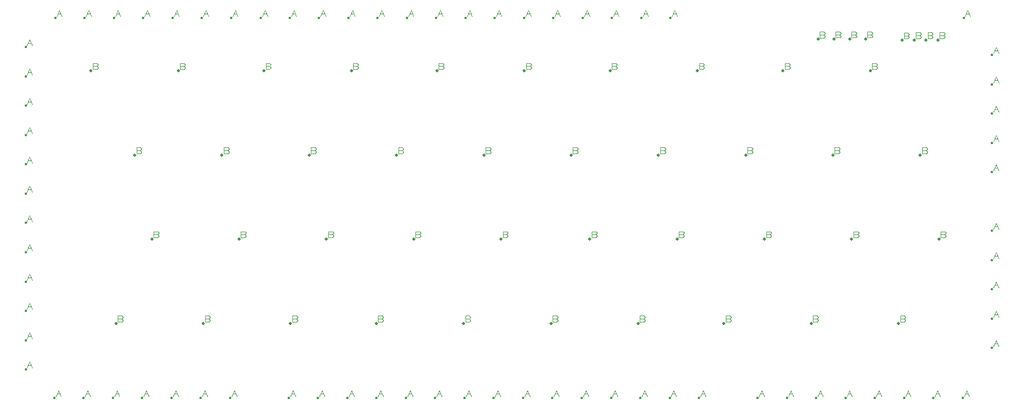
<source format=gbr>
G04 GENERATED BY PULSONIX 12.5 GERBER.DLL 9449*
G04 #@! TF.GenerationSoftware,Pulsonix,Pulsonix,12.5.9449*
G04 #@! TF.CreationDate,2024-10-25T20:20:25--1:00*
G04 #@! TF.Part,Single*
%FSLAX35Y35*%
%LPD*%
%MOMM*%
G04 #@! TF.FileFunction,Drillmap*
G04 #@! TF.FilePolarity,Positive*
G04 #@! TA.AperFunction,ViaPad*
%ADD112C,0.50000*%
G04 #@! TD.AperFunction*
%ADD113C,0.10000*%
G04 #@! TA.AperFunction,ViaPad*
%ADD114C,0.40000*%
G04 #@! TD.AperFunction*
X0Y0D02*
D02*
D112*
X1875000Y5900000D03*
X2275000Y1850000D03*
X2575000Y4550000D03*
X2850000Y3200000D03*
X3275000Y5900000D03*
X3675000Y1850000D03*
X3975000Y4550000D03*
X4250000Y3200000D03*
X4650000Y5900000D03*
X5075000Y1850000D03*
X5375000Y4550000D03*
X5650000Y3200000D03*
X6050000Y5900000D03*
X6450000Y1850000D03*
X6775000Y4550000D03*
X7050000Y3200000D03*
X7425000Y5900000D03*
X7850000Y1850000D03*
X8175000Y4550000D03*
X8450000Y3200000D03*
X8825000Y5900000D03*
X9250000Y1850000D03*
X9575000Y4550000D03*
X9875000Y3200000D03*
X10200000Y5900000D03*
X10650000Y1850000D03*
X10975000Y4550000D03*
X11275000Y3200000D03*
X11600000Y5900000D03*
X12025000Y1850000D03*
X12375000Y4550000D03*
X12675000Y3200000D03*
X12975000Y5900000D03*
X13425000Y1850000D03*
X13536000Y6406000D03*
X13775000Y4550000D03*
X13790000Y6406250D03*
X14044000D03*
X14075000Y3200000D03*
X14298000Y6406250D03*
X14375000Y5900000D03*
X14825000Y1850000D03*
X14885500Y6390375D03*
X15076000Y6392000D03*
X15175000Y4550000D03*
X15266500Y6392000D03*
X15458000D03*
X15475000Y3200000D03*
D02*
D113*
X850800Y1133934D02*
X891976Y1232757D01*
X933153Y1133934D01*
X867271Y1175110D02*
X916682Y1175110D01*
X850800Y1603934D02*
X891976Y1702757D01*
X933153Y1603934D01*
X867271Y1645110D02*
X916682Y1645110D01*
X850800Y2073934D02*
X891976Y2172757D01*
X933153Y2073934D01*
X867271Y2115110D02*
X916682Y2115110D01*
X850800Y2543934D02*
X891976Y2642757D01*
X933153Y2543934D01*
X867271Y2585110D02*
X916682Y2585110D01*
X850800Y3013934D02*
X891976Y3112757D01*
X933153Y3013934D01*
X867271Y3055110D02*
X916682Y3055110D01*
X850800Y3483934D02*
X891976Y3582757D01*
X933153Y3483934D01*
X867271Y3525110D02*
X916682Y3525110D01*
X850800Y3953934D02*
X891976Y4052757D01*
X933153Y3953934D01*
X867271Y3995110D02*
X916682Y3995110D01*
X850800Y4423934D02*
X891976Y4522757D01*
X933153Y4423934D01*
X867271Y4465110D02*
X916682Y4465110D01*
X850800Y4893934D02*
X891976Y4992757D01*
X933153Y4893934D01*
X867271Y4935110D02*
X916682Y4935110D01*
X850800Y5363934D02*
X891976Y5462757D01*
X933153Y5363934D01*
X867271Y5405110D02*
X916682Y5405110D01*
X850800Y5833934D02*
X891976Y5932757D01*
X933153Y5833934D01*
X867271Y5875110D02*
X916682Y5875110D01*
X850800Y6303934D02*
X891976Y6402757D01*
X933153Y6303934D01*
X867271Y6345110D02*
X916682Y6345110D01*
X1310212Y675506D02*
X1351388Y774329D01*
X1392565Y675506D01*
X1326683Y716682D02*
X1376094Y716682D01*
X1325907Y6773906D02*
X1367083Y6872729D01*
X1408260Y6773906D01*
X1342378Y6815082D02*
X1391789Y6815082D01*
X1780212Y675506D02*
X1821388Y774329D01*
X1862565Y675506D01*
X1796683Y716682D02*
X1846094Y716682D01*
X1795907Y6773906D02*
X1837083Y6872729D01*
X1878260Y6773906D01*
X1812378Y6815082D02*
X1861789Y6815082D01*
X1962647Y5974118D02*
X1979118Y5965882D01*
X1987353Y5949412D01*
X1979118Y5932941D01*
X1962647Y5924706D01*
X1905000D01*
Y6023529D01*
X1962647D01*
X1979118Y6015294D01*
X1987353Y5998824D01*
X1979118Y5982353D01*
X1962647Y5974118D01*
X1905000D01*
X2250212Y675506D02*
X2291388Y774329D01*
X2332565Y675506D01*
X2266683Y716682D02*
X2316094Y716682D01*
X2265907Y6773906D02*
X2307083Y6872729D01*
X2348260Y6773906D01*
X2282378Y6815082D02*
X2331789Y6815082D01*
X2362647Y1924118D02*
X2379118Y1915882D01*
X2387353Y1899412D01*
X2379118Y1882941D01*
X2362647Y1874706D01*
X2305000D01*
Y1973529D01*
X2362647D01*
X2379118Y1965294D01*
X2387353Y1948824D01*
X2379118Y1932353D01*
X2362647Y1924118D01*
X2305000D01*
X2662647Y4624118D02*
X2679118Y4615882D01*
X2687353Y4599412D01*
X2679118Y4582941D01*
X2662647Y4574706D01*
X2605000D01*
Y4673529D01*
X2662647D01*
X2679118Y4665294D01*
X2687353Y4648824D01*
X2679118Y4632353D01*
X2662647Y4624118D01*
X2605000D01*
X2720212Y675506D02*
X2761388Y774329D01*
X2802565Y675506D01*
X2736683Y716682D02*
X2786094Y716682D01*
X2735907Y6773906D02*
X2777083Y6872729D01*
X2818260Y6773906D01*
X2752378Y6815082D02*
X2801789Y6815082D01*
X2937647Y3274118D02*
X2954118Y3265882D01*
X2962353Y3249412D01*
X2954118Y3232941D01*
X2937647Y3224706D01*
X2880000D01*
Y3323529D01*
X2937647D01*
X2954118Y3315294D01*
X2962353Y3298824D01*
X2954118Y3282353D01*
X2937647Y3274118D01*
X2880000D01*
X3190212Y675506D02*
X3231388Y774329D01*
X3272565Y675506D01*
X3206683Y716682D02*
X3256094Y716682D01*
X3205907Y6773906D02*
X3247083Y6872729D01*
X3288260Y6773906D01*
X3222378Y6815082D02*
X3271789Y6815082D01*
X3362647Y5974118D02*
X3379118Y5965882D01*
X3387353Y5949412D01*
X3379118Y5932941D01*
X3362647Y5924706D01*
X3305000D01*
Y6023529D01*
X3362647D01*
X3379118Y6015294D01*
X3387353Y5998824D01*
X3379118Y5982353D01*
X3362647Y5974118D01*
X3305000D01*
X3660212Y675506D02*
X3701388Y774329D01*
X3742565Y675506D01*
X3676683Y716682D02*
X3726094Y716682D01*
X3675907Y6773906D02*
X3717083Y6872729D01*
X3758260Y6773906D01*
X3692378Y6815082D02*
X3741789Y6815082D01*
X3762647Y1924118D02*
X3779118Y1915882D01*
X3787353Y1899412D01*
X3779118Y1882941D01*
X3762647Y1874706D01*
X3705000D01*
Y1973529D01*
X3762647D01*
X3779118Y1965294D01*
X3787353Y1948824D01*
X3779118Y1932353D01*
X3762647Y1924118D01*
X3705000D01*
X4062647Y4624118D02*
X4079118Y4615882D01*
X4087353Y4599412D01*
X4079118Y4582941D01*
X4062647Y4574706D01*
X4005000D01*
Y4673529D01*
X4062647D01*
X4079118Y4665294D01*
X4087353Y4648824D01*
X4079118Y4632353D01*
X4062647Y4624118D01*
X4005000D01*
X4130212Y675506D02*
X4171388Y774329D01*
X4212565Y675506D01*
X4146683Y716682D02*
X4196094Y716682D01*
X4145907Y6773906D02*
X4187083Y6872729D01*
X4228260Y6773906D01*
X4162378Y6815082D02*
X4211789Y6815082D01*
X4337647Y3274118D02*
X4354118Y3265882D01*
X4362353Y3249412D01*
X4354118Y3232941D01*
X4337647Y3224706D01*
X4280000D01*
Y3323529D01*
X4337647D01*
X4354118Y3315294D01*
X4362353Y3298824D01*
X4354118Y3282353D01*
X4337647Y3274118D01*
X4280000D01*
X4625000Y6774706D02*
X4666176Y6873529D01*
X4707353Y6774706D01*
X4641471Y6815882D02*
X4690882Y6815882D01*
X4737647Y5974118D02*
X4754118Y5965882D01*
X4762353Y5949412D01*
X4754118Y5932941D01*
X4737647Y5924706D01*
X4680000D01*
Y6023529D01*
X4737647D01*
X4754118Y6015294D01*
X4762353Y5998824D01*
X4754118Y5982353D01*
X4737647Y5974118D01*
X4680000D01*
X5070212Y675506D02*
X5111388Y774329D01*
X5152565Y675506D01*
X5086683Y716682D02*
X5136094Y716682D01*
X5085907Y6773906D02*
X5127083Y6872729D01*
X5168260Y6773906D01*
X5102378Y6815082D02*
X5151789Y6815082D01*
X5162647Y1924118D02*
X5179118Y1915882D01*
X5187353Y1899412D01*
X5179118Y1882941D01*
X5162647Y1874706D01*
X5105000D01*
Y1973529D01*
X5162647D01*
X5179118Y1965294D01*
X5187353Y1948824D01*
X5179118Y1932353D01*
X5162647Y1924118D01*
X5105000D01*
X5462647Y4624118D02*
X5479118Y4615882D01*
X5487353Y4599412D01*
X5479118Y4582941D01*
X5462647Y4574706D01*
X5405000D01*
Y4673529D01*
X5462647D01*
X5479118Y4665294D01*
X5487353Y4648824D01*
X5479118Y4632353D01*
X5462647Y4624118D01*
X5405000D01*
X5540212Y675506D02*
X5581388Y774329D01*
X5622565Y675506D01*
X5556683Y716682D02*
X5606094Y716682D01*
X5555907Y6773906D02*
X5597083Y6872729D01*
X5638260Y6773906D01*
X5572378Y6815082D02*
X5621789Y6815082D01*
X5737647Y3274118D02*
X5754118Y3265882D01*
X5762353Y3249412D01*
X5754118Y3232941D01*
X5737647Y3224706D01*
X5680000D01*
Y3323529D01*
X5737647D01*
X5754118Y3315294D01*
X5762353Y3298824D01*
X5754118Y3282353D01*
X5737647Y3274118D01*
X5680000D01*
X6010212Y675506D02*
X6051388Y774329D01*
X6092565Y675506D01*
X6026683Y716682D02*
X6076094Y716682D01*
X6025907Y6773906D02*
X6067083Y6872729D01*
X6108260Y6773906D01*
X6042378Y6815082D02*
X6091789Y6815082D01*
X6137647Y5974118D02*
X6154118Y5965882D01*
X6162353Y5949412D01*
X6154118Y5932941D01*
X6137647Y5924706D01*
X6080000D01*
Y6023529D01*
X6137647D01*
X6154118Y6015294D01*
X6162353Y5998824D01*
X6154118Y5982353D01*
X6137647Y5974118D01*
X6080000D01*
X6537647Y1924118D02*
X6554118Y1915882D01*
X6562353Y1899412D01*
X6554118Y1882941D01*
X6537647Y1874706D01*
X6480000D01*
Y1973529D01*
X6537647D01*
X6554118Y1965294D01*
X6562353Y1948824D01*
X6554118Y1932353D01*
X6537647Y1924118D01*
X6480000D01*
X6480212Y675506D02*
X6521388Y774329D01*
X6562565Y675506D01*
X6496683Y716682D02*
X6546094Y716682D01*
X6495907Y6773906D02*
X6537083Y6872729D01*
X6578260Y6773906D01*
X6512378Y6815082D02*
X6561789Y6815082D01*
X6862647Y4624118D02*
X6879118Y4615882D01*
X6887353Y4599412D01*
X6879118Y4582941D01*
X6862647Y4574706D01*
X6805000D01*
Y4673529D01*
X6862647D01*
X6879118Y4665294D01*
X6887353Y4648824D01*
X6879118Y4632353D01*
X6862647Y4624118D01*
X6805000D01*
X6950212Y675506D02*
X6991388Y774329D01*
X7032565Y675506D01*
X6966683Y716682D02*
X7016094Y716682D01*
X6965907Y6773906D02*
X7007083Y6872729D01*
X7048260Y6773906D01*
X6982378Y6815082D02*
X7031789Y6815082D01*
X7137647Y3274118D02*
X7154118Y3265882D01*
X7162353Y3249412D01*
X7154118Y3232941D01*
X7137647Y3224706D01*
X7080000D01*
Y3323529D01*
X7137647D01*
X7154118Y3315294D01*
X7162353Y3298824D01*
X7154118Y3282353D01*
X7137647Y3274118D01*
X7080000D01*
X7420212Y675506D02*
X7461388Y774329D01*
X7502565Y675506D01*
X7436683Y716682D02*
X7486094Y716682D01*
X7435907Y6773906D02*
X7477083Y6872729D01*
X7518260Y6773906D01*
X7452378Y6815082D02*
X7501789Y6815082D01*
X7512647Y5974118D02*
X7529118Y5965882D01*
X7537353Y5949412D01*
X7529118Y5932941D01*
X7512647Y5924706D01*
X7455000D01*
Y6023529D01*
X7512647D01*
X7529118Y6015294D01*
X7537353Y5998824D01*
X7529118Y5982353D01*
X7512647Y5974118D01*
X7455000D01*
X7937647Y1924118D02*
X7954118Y1915882D01*
X7962353Y1899412D01*
X7954118Y1882941D01*
X7937647Y1874706D01*
X7880000D01*
Y1973529D01*
X7937647D01*
X7954118Y1965294D01*
X7962353Y1948824D01*
X7954118Y1932353D01*
X7937647Y1924118D01*
X7880000D01*
X7890212Y675506D02*
X7931388Y774329D01*
X7972565Y675506D01*
X7906683Y716682D02*
X7956094Y716682D01*
X7905907Y6773906D02*
X7947083Y6872729D01*
X7988260Y6773906D01*
X7922378Y6815082D02*
X7971789Y6815082D01*
X8262647Y4624118D02*
X8279118Y4615882D01*
X8287353Y4599412D01*
X8279118Y4582941D01*
X8262647Y4574706D01*
X8205000D01*
Y4673529D01*
X8262647D01*
X8279118Y4665294D01*
X8287353Y4648824D01*
X8279118Y4632353D01*
X8262647Y4624118D01*
X8205000D01*
X8360212Y675506D02*
X8401388Y774329D01*
X8442565Y675506D01*
X8376683Y716682D02*
X8426094Y716682D01*
X8375907Y6773906D02*
X8417083Y6872729D01*
X8458260Y6773906D01*
X8392378Y6815082D02*
X8441789Y6815082D01*
X8537647Y3274118D02*
X8554118Y3265882D01*
X8562353Y3249412D01*
X8554118Y3232941D01*
X8537647Y3224706D01*
X8480000D01*
Y3323529D01*
X8537647D01*
X8554118Y3315294D01*
X8562353Y3298824D01*
X8554118Y3282353D01*
X8537647Y3274118D01*
X8480000D01*
X8830212Y675506D02*
X8871388Y774329D01*
X8912565Y675506D01*
X8846683Y716682D02*
X8896094Y716682D01*
X8845907Y6773906D02*
X8887083Y6872729D01*
X8928260Y6773906D01*
X8862378Y6815082D02*
X8911789Y6815082D01*
X8912647Y5974118D02*
X8929118Y5965882D01*
X8937353Y5949412D01*
X8929118Y5932941D01*
X8912647Y5924706D01*
X8855000D01*
Y6023529D01*
X8912647D01*
X8929118Y6015294D01*
X8937353Y5998824D01*
X8929118Y5982353D01*
X8912647Y5974118D01*
X8855000D01*
X9337647Y1924118D02*
X9354118Y1915882D01*
X9362353Y1899412D01*
X9354118Y1882941D01*
X9337647Y1874706D01*
X9280000D01*
Y1973529D01*
X9337647D01*
X9354118Y1965294D01*
X9362353Y1948824D01*
X9354118Y1932353D01*
X9337647Y1924118D01*
X9280000D01*
X9300212Y675506D02*
X9341388Y774329D01*
X9382565Y675506D01*
X9316683Y716682D02*
X9366094Y716682D01*
X9315907Y6773906D02*
X9357083Y6872729D01*
X9398260Y6773906D01*
X9332378Y6815082D02*
X9381789Y6815082D01*
X9662647Y4624118D02*
X9679118Y4615882D01*
X9687353Y4599412D01*
X9679118Y4582941D01*
X9662647Y4574706D01*
X9605000D01*
Y4673529D01*
X9662647D01*
X9679118Y4665294D01*
X9687353Y4648824D01*
X9679118Y4632353D01*
X9662647Y4624118D01*
X9605000D01*
X9770212Y675506D02*
X9811388Y774329D01*
X9852565Y675506D01*
X9786683Y716682D02*
X9836094Y716682D01*
X9785907Y6773906D02*
X9827083Y6872729D01*
X9868260Y6773906D01*
X9802378Y6815082D02*
X9851789Y6815082D01*
X9962647Y3274118D02*
X9979118Y3265882D01*
X9987353Y3249412D01*
X9979118Y3232941D01*
X9962647Y3224706D01*
X9905000D01*
Y3323529D01*
X9962647D01*
X9979118Y3315294D01*
X9987353Y3298824D01*
X9979118Y3282353D01*
X9962647Y3274118D01*
X9905000D01*
X10287647Y5974118D02*
X10304118Y5965882D01*
X10312353Y5949412D01*
X10304118Y5932941D01*
X10287647Y5924706D01*
X10230000D01*
Y6023529D01*
X10287647D01*
X10304118Y6015294D01*
X10312353Y5998824D01*
X10304118Y5982353D01*
X10287647Y5974118D01*
X10230000D01*
X10240212Y675506D02*
X10281388Y774329D01*
X10322565Y675506D01*
X10256683Y716682D02*
X10306094Y716682D01*
X10255907Y6773906D02*
X10297083Y6872729D01*
X10338260Y6773906D01*
X10272378Y6815082D02*
X10321789Y6815082D01*
X10737647Y1924118D02*
X10754118Y1915882D01*
X10762353Y1899412D01*
X10754118Y1882941D01*
X10737647Y1874706D01*
X10680000D01*
Y1973529D01*
X10737647D01*
X10754118Y1965294D01*
X10762353Y1948824D01*
X10754118Y1932353D01*
X10737647Y1924118D01*
X10680000D01*
X10710212Y675506D02*
X10751388Y774329D01*
X10792565Y675506D01*
X10726683Y716682D02*
X10776094Y716682D01*
X10725907Y6773906D02*
X10767083Y6872729D01*
X10808260Y6773906D01*
X10742378Y6815082D02*
X10791789Y6815082D01*
X11062647Y4624118D02*
X11079118Y4615882D01*
X11087353Y4599412D01*
X11079118Y4582941D01*
X11062647Y4574706D01*
X11005000D01*
Y4673529D01*
X11062647D01*
X11079118Y4665294D01*
X11087353Y4648824D01*
X11079118Y4632353D01*
X11062647Y4624118D01*
X11005000D01*
X11180212Y675506D02*
X11221388Y774329D01*
X11262565Y675506D01*
X11196683Y716682D02*
X11246094Y716682D01*
X11195907Y6773906D02*
X11237083Y6872729D01*
X11278260Y6773906D01*
X11212378Y6815082D02*
X11261789Y6815082D01*
X11362647Y3274118D02*
X11379118Y3265882D01*
X11387353Y3249412D01*
X11379118Y3232941D01*
X11362647Y3224706D01*
X11305000D01*
Y3323529D01*
X11362647D01*
X11379118Y3315294D01*
X11387353Y3298824D01*
X11379118Y3282353D01*
X11362647Y3274118D01*
X11305000D01*
X11687647Y5974118D02*
X11704118Y5965882D01*
X11712353Y5949412D01*
X11704118Y5932941D01*
X11687647Y5924706D01*
X11630000D01*
Y6023529D01*
X11687647D01*
X11704118Y6015294D01*
X11712353Y5998824D01*
X11704118Y5982353D01*
X11687647Y5974118D01*
X11630000D01*
X11650212Y675506D02*
X11691388Y774329D01*
X11732565Y675506D01*
X11666683Y716682D02*
X11716094Y716682D01*
X12112647Y1924118D02*
X12129118Y1915882D01*
X12137353Y1899412D01*
X12129118Y1882941D01*
X12112647Y1874706D01*
X12055000D01*
Y1973529D01*
X12112647D01*
X12129118Y1965294D01*
X12137353Y1948824D01*
X12129118Y1932353D01*
X12112647Y1924118D01*
X12055000D01*
X12462647Y4624118D02*
X12479118Y4615882D01*
X12487353Y4599412D01*
X12479118Y4582941D01*
X12462647Y4574706D01*
X12405000D01*
Y4673529D01*
X12462647D01*
X12479118Y4665294D01*
X12487353Y4648824D01*
X12479118Y4632353D01*
X12462647Y4624118D01*
X12405000D01*
X12590212Y675506D02*
X12631388Y774329D01*
X12672565Y675506D01*
X12606683Y716682D02*
X12656094Y716682D01*
X12762647Y3274118D02*
X12779118Y3265882D01*
X12787353Y3249412D01*
X12779118Y3232941D01*
X12762647Y3224706D01*
X12705000D01*
Y3323529D01*
X12762647D01*
X12779118Y3315294D01*
X12787353Y3298824D01*
X12779118Y3282353D01*
X12762647Y3274118D01*
X12705000D01*
X13062647Y5974118D02*
X13079118Y5965882D01*
X13087353Y5949412D01*
X13079118Y5932941D01*
X13062647Y5924706D01*
X13005000D01*
Y6023529D01*
X13062647D01*
X13079118Y6015294D01*
X13087353Y5998824D01*
X13079118Y5982353D01*
X13062647Y5974118D01*
X13005000D01*
X13060212Y675506D02*
X13101388Y774329D01*
X13142565Y675506D01*
X13076683Y716682D02*
X13126094Y716682D01*
X13512647Y1924118D02*
X13529118Y1915882D01*
X13537353Y1899412D01*
X13529118Y1882941D01*
X13512647Y1874706D01*
X13455000D01*
Y1973529D01*
X13512647D01*
X13529118Y1965294D01*
X13537353Y1948824D01*
X13529118Y1932353D01*
X13512647Y1924118D01*
X13455000D01*
X13530212Y675506D02*
X13571388Y774329D01*
X13612565Y675506D01*
X13546683Y716682D02*
X13596094Y716682D01*
X13623647Y6480118D02*
X13640118Y6471882D01*
X13648353Y6455412D01*
X13640118Y6438941D01*
X13623647Y6430706D01*
X13566000D01*
Y6529529D01*
X13623647D01*
X13640118Y6521294D01*
X13648353Y6504824D01*
X13640118Y6488353D01*
X13623647Y6480118D01*
X13566000D01*
X13862647Y4624118D02*
X13879118Y4615882D01*
X13887353Y4599412D01*
X13879118Y4582941D01*
X13862647Y4574706D01*
X13805000D01*
Y4673529D01*
X13862647D01*
X13879118Y4665294D01*
X13887353Y4648824D01*
X13879118Y4632353D01*
X13862647Y4624118D01*
X13805000D01*
X13877647Y6480368D02*
X13894118Y6472132D01*
X13902353Y6455662D01*
X13894118Y6439191D01*
X13877647Y6430956D01*
X13820000D01*
Y6529779D01*
X13877647D01*
X13894118Y6521544D01*
X13902353Y6505074D01*
X13894118Y6488603D01*
X13877647Y6480368D01*
X13820000D01*
X14000212Y675506D02*
X14041388Y774329D01*
X14082565Y675506D01*
X14016683Y716682D02*
X14066094Y716682D01*
X14131647Y6480368D02*
X14148118Y6472132D01*
X14156353Y6455662D01*
X14148118Y6439191D01*
X14131647Y6430956D01*
X14074000D01*
Y6529779D01*
X14131647D01*
X14148118Y6521544D01*
X14156353Y6505074D01*
X14148118Y6488603D01*
X14131647Y6480368D01*
X14074000D01*
X14162647Y3274118D02*
X14179118Y3265882D01*
X14187353Y3249412D01*
X14179118Y3232941D01*
X14162647Y3224706D01*
X14105000D01*
Y3323529D01*
X14162647D01*
X14179118Y3315294D01*
X14187353Y3298824D01*
X14179118Y3282353D01*
X14162647Y3274118D01*
X14105000D01*
X14385647Y6480368D02*
X14402118Y6472132D01*
X14410353Y6455662D01*
X14402118Y6439191D01*
X14385647Y6430956D01*
X14328000D01*
Y6529779D01*
X14385647D01*
X14402118Y6521544D01*
X14410353Y6505074D01*
X14402118Y6488603D01*
X14385647Y6480368D01*
X14328000D01*
X14462647Y5974118D02*
X14479118Y5965882D01*
X14487353Y5949412D01*
X14479118Y5932941D01*
X14462647Y5924706D01*
X14405000D01*
Y6023529D01*
X14462647D01*
X14479118Y6015294D01*
X14487353Y5998824D01*
X14479118Y5982353D01*
X14462647Y5974118D01*
X14405000D01*
X14470212Y675506D02*
X14511388Y774329D01*
X14552565Y675506D01*
X14486683Y716682D02*
X14536094Y716682D01*
X14912647Y1924118D02*
X14929118Y1915882D01*
X14937353Y1899412D01*
X14929118Y1882941D01*
X14912647Y1874706D01*
X14855000D01*
Y1973529D01*
X14912647D01*
X14929118Y1965294D01*
X14937353Y1948824D01*
X14929118Y1932353D01*
X14912647Y1924118D01*
X14855000D01*
X14973147Y6464493D02*
X14989618Y6456257D01*
X14997853Y6439787D01*
X14989618Y6423316D01*
X14973147Y6415081D01*
X14915500D01*
Y6513904D01*
X14973147D01*
X14989618Y6505669D01*
X14997853Y6489199D01*
X14989618Y6472728D01*
X14973147Y6464493D01*
X14915500D01*
X14940212Y675506D02*
X14981388Y774329D01*
X15022565Y675506D01*
X14956683Y716682D02*
X15006094Y716682D01*
X15163647Y6466118D02*
X15180118Y6457882D01*
X15188353Y6441412D01*
X15180118Y6424941D01*
X15163647Y6416706D01*
X15106000D01*
Y6515529D01*
X15163647D01*
X15180118Y6507294D01*
X15188353Y6490824D01*
X15180118Y6474353D01*
X15163647Y6466118D01*
X15106000D01*
X15262647Y4624118D02*
X15279118Y4615882D01*
X15287353Y4599412D01*
X15279118Y4582941D01*
X15262647Y4574706D01*
X15205000D01*
Y4673529D01*
X15262647D01*
X15279118Y4665294D01*
X15287353Y4648824D01*
X15279118Y4632353D01*
X15262647Y4624118D01*
X15205000D01*
X15354147Y6466118D02*
X15370618Y6457882D01*
X15378853Y6441412D01*
X15370618Y6424941D01*
X15354147Y6416706D01*
X15296500D01*
Y6515529D01*
X15354147D01*
X15370618Y6507294D01*
X15378853Y6490824D01*
X15370618Y6474353D01*
X15354147Y6466118D01*
X15296500D01*
X15410212Y675506D02*
X15451388Y774329D01*
X15492565Y675506D01*
X15426683Y716682D02*
X15476094Y716682D01*
X15545647Y6466118D02*
X15562118Y6457882D01*
X15570353Y6441412D01*
X15562118Y6424941D01*
X15545647Y6416706D01*
X15488000D01*
Y6515529D01*
X15545647D01*
X15562118Y6507294D01*
X15570353Y6490824D01*
X15562118Y6474353D01*
X15545647Y6466118D01*
X15488000D01*
X15562647Y3274118D02*
X15579118Y3265882D01*
X15587353Y3249412D01*
X15579118Y3232941D01*
X15562647Y3224706D01*
X15505000D01*
Y3323529D01*
X15562647D01*
X15579118Y3315294D01*
X15587353Y3298824D01*
X15579118Y3282353D01*
X15562647Y3274118D01*
X15505000D01*
X15880212Y675506D02*
X15921388Y774329D01*
X15962565Y675506D01*
X15896683Y716682D02*
X15946094Y716682D01*
X15895907Y6773906D02*
X15937083Y6872729D01*
X15978260Y6773906D01*
X15912378Y6815082D02*
X15961789Y6815082D01*
X16349200Y1479706D02*
X16390376Y1578529D01*
X16431553Y1479706D01*
X16365671Y1520882D02*
X16415082Y1520882D01*
X16349200Y1949706D02*
X16390376Y2048529D01*
X16431553Y1949706D01*
X16365671Y1990882D02*
X16415082Y1990882D01*
X16349200Y2419706D02*
X16390376Y2518529D01*
X16431553Y2419706D01*
X16365671Y2460882D02*
X16415082Y2460882D01*
X16349200Y2889706D02*
X16390376Y2988529D01*
X16431553Y2889706D01*
X16365671Y2930882D02*
X16415082Y2930882D01*
X16349200Y3359706D02*
X16390376Y3458529D01*
X16431553Y3359706D01*
X16365671Y3400882D02*
X16415082Y3400882D01*
X16349200Y4299706D02*
X16390376Y4398529D01*
X16431553Y4299706D01*
X16365671Y4340882D02*
X16415082Y4340882D01*
X16349200Y4769706D02*
X16390376Y4868529D01*
X16431553Y4769706D01*
X16365671Y4810882D02*
X16415082Y4810882D01*
X16349200Y5239706D02*
X16390376Y5338529D01*
X16431553Y5239706D01*
X16365671Y5280882D02*
X16415082Y5280882D01*
X16349200Y5709706D02*
X16390376Y5808529D01*
X16431553Y5709706D01*
X16365671Y5750882D02*
X16415082Y5750882D01*
X16349200Y6179706D02*
X16390376Y6278529D01*
X16431553Y6179706D01*
X16365671Y6220882D02*
X16415082Y6220882D01*
D02*
D114*
X825800Y1109228D03*
Y1579228D03*
Y2049228D03*
Y2519228D03*
Y2989228D03*
Y3459228D03*
Y3929228D03*
Y4399228D03*
Y4869228D03*
Y5339228D03*
Y5809228D03*
Y6279228D03*
X1285212Y650800D03*
X1300907Y6749200D03*
X1755212Y650800D03*
X1770907Y6749200D03*
X2225212Y650800D03*
X2240907Y6749200D03*
X2695212Y650800D03*
X2710907Y6749200D03*
X3165212Y650800D03*
X3180907Y6749200D03*
X3635212Y650800D03*
X3650907Y6749200D03*
X4105212Y650800D03*
X4120907Y6749200D03*
X4600000Y6750000D03*
X5045212Y650800D03*
X5060907Y6749200D03*
X5515212Y650800D03*
X5530907Y6749200D03*
X5985212Y650800D03*
X6000907Y6749200D03*
X6455212Y650800D03*
X6470907Y6749200D03*
X6925212Y650800D03*
X6940907Y6749200D03*
X7395212Y650800D03*
X7410907Y6749200D03*
X7865212Y650800D03*
X7880907Y6749200D03*
X8335212Y650800D03*
X8350907Y6749200D03*
X8805212Y650800D03*
X8820907Y6749200D03*
X9275212Y650800D03*
X9290907Y6749200D03*
X9745212Y650800D03*
X9760907Y6749200D03*
X10215212Y650800D03*
X10230907Y6749200D03*
X10685212Y650800D03*
X10700907Y6749200D03*
X11155212Y650800D03*
X11170907Y6749200D03*
X11625212Y650800D03*
X12565212D03*
X13035212D03*
X13505212D03*
X13975212D03*
X14445212D03*
X14915212D03*
X15385212D03*
X15855212D03*
X15870907Y6749200D03*
X16324200Y1455000D03*
Y1925000D03*
Y2395000D03*
Y2865000D03*
Y3335000D03*
Y4275000D03*
Y4745000D03*
Y5215000D03*
Y5685000D03*
Y6155000D03*
X0Y0D02*
M02*

</source>
